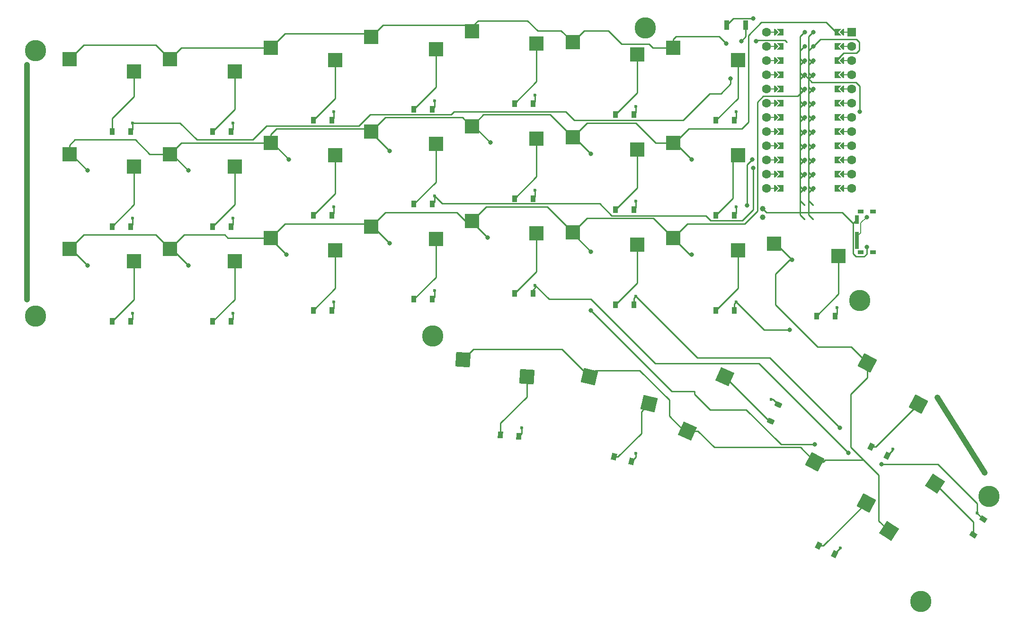
<source format=gbr>
%TF.GenerationSoftware,KiCad,Pcbnew,6.0.7*%
%TF.CreationDate,2022-09-27T18:21:24-04:00*%
%TF.ProjectId,flutter_v2_wren,666c7574-7465-4725-9f76-325f7772656e,v1.0.0*%
%TF.SameCoordinates,Original*%
%TF.FileFunction,Copper,L2,Bot*%
%TF.FilePolarity,Positive*%
%FSLAX46Y46*%
G04 Gerber Fmt 4.6, Leading zero omitted, Abs format (unit mm)*
G04 Created by KiCad (PCBNEW 6.0.7) date 2022-09-27 18:21:24*
%MOMM*%
%LPD*%
G01*
G04 APERTURE LIST*
G04 Aperture macros list*
%AMRotRect*
0 Rectangle, with rotation*
0 The origin of the aperture is its center*
0 $1 length*
0 $2 width*
0 $3 Rotation angle, in degrees counterclockwise*
0 Add horizontal line*
21,1,$1,$2,0,0,$3*%
%AMFreePoly0*
4,1,49,0.004773,0.123721,0.009154,0.124665,0.028961,0.117240,0.062500,0.108253,0.068237,0.102516,0.075053,0.099961,0.087617,0.083136,0.108253,0.062500,0.111178,0.051584,0.117161,0.043572,0.118539,0.024114,0.125000,0.000000,0.121239,-0.014035,0.122131,-0.026629,0.113759,-0.041951,0.108253,-0.062500,0.095644,-0.075109,0.088389,-0.088388,-0.641000,-0.817776,-0.641000,-4.770224,
0.088389,-5.499612,0.109852,-5.528356,0.124665,-5.597154,0.099961,-5.663053,0.043572,-5.705161,-0.026629,-5.710131,-0.088388,-5.676389,-0.854388,-4.910388,-0.867707,-4.892552,-0.871189,-4.889530,-0.871982,-4.886826,-0.875852,-4.881644,-0.882331,-4.851549,-0.891000,-4.822000,-0.891000,-0.766000,-0.887805,-0.743969,-0.888131,-0.739371,-0.886780,-0.736898,-0.885852,-0.730498,-0.869151,-0.704632,
-0.854388,-0.677612,-0.088388,0.088389,-0.064606,0.106147,-0.062500,0.108253,-0.061385,0.108552,-0.059644,0.109852,-0.043806,0.113262,0.000000,0.125000,0.004773,0.123721,0.004773,0.123721,$1*%
%AMFreePoly1*
4,1,6,0.600000,-0.250000,-0.600000,-0.250000,-0.600000,1.000000,0.000000,0.400000,0.600000,1.000000,0.600000,-0.250000,0.600000,-0.250000,$1*%
%AMFreePoly2*
4,1,6,0.600000,0.200000,0.000000,-0.400000,-0.600000,0.200000,-0.600000,0.400000,0.600000,0.400000,0.600000,0.200000,0.600000,0.200000,$1*%
%AMFreePoly3*
4,1,5,0.125000,-0.500000,-0.125000,-0.500000,-0.125000,0.500000,0.125000,0.500000,0.125000,-0.500000,0.125000,-0.500000,$1*%
G04 Aperture macros list end*
%TA.AperFunction,NonConductor*%
%ADD10C,1.000000*%
%TD*%
%TA.AperFunction,ComponentPad*%
%ADD11C,1.000000*%
%TD*%
%TA.AperFunction,SMDPad,CuDef*%
%ADD12R,0.900000X1.200000*%
%TD*%
%TA.AperFunction,ComponentPad*%
%ADD13C,0.600000*%
%TD*%
%TA.AperFunction,SMDPad,CuDef*%
%ADD14RotRect,0.900000X1.200000X152.000000*%
%TD*%
%TA.AperFunction,ComponentPad*%
%ADD15C,3.800000*%
%TD*%
%TA.AperFunction,SMDPad,CuDef*%
%ADD16R,2.600000X2.600000*%
%TD*%
%TA.AperFunction,SMDPad,CuDef*%
%ADD17RotRect,2.600000X2.600000X57.000000*%
%TD*%
%TA.AperFunction,SMDPad,CuDef*%
%ADD18RotRect,2.600000X2.600000X332.000000*%
%TD*%
%TA.AperFunction,SMDPad,CuDef*%
%ADD19RotRect,2.600000X2.600000X356.000000*%
%TD*%
%TA.AperFunction,SMDPad,CuDef*%
%ADD20R,0.700000X1.500000*%
%TD*%
%TA.AperFunction,SMDPad,CuDef*%
%ADD21R,1.000000X0.800000*%
%TD*%
%TA.AperFunction,SMDPad,CuDef*%
%ADD22RotRect,2.600000X2.600000X346.500000*%
%TD*%
%TA.AperFunction,SMDPad,CuDef*%
%ADD23RotRect,0.900000X1.200000X246.000000*%
%TD*%
%TA.AperFunction,SMDPad,CuDef*%
%ADD24RotRect,0.900000X1.200000X176.000000*%
%TD*%
%TA.AperFunction,SMDPad,CuDef*%
%ADD25RotRect,2.600000X2.600000X66.000000*%
%TD*%
%TA.AperFunction,SMDPad,CuDef*%
%ADD26RotRect,0.900000X1.200000X237.000000*%
%TD*%
%TA.AperFunction,SMDPad,CuDef*%
%ADD27RotRect,0.900000X1.200000X166.500000*%
%TD*%
%TA.AperFunction,ComponentPad*%
%ADD28C,0.800000*%
%TD*%
%TA.AperFunction,SMDPad,CuDef*%
%ADD29FreePoly0,90.000000*%
%TD*%
%TA.AperFunction,SMDPad,CuDef*%
%ADD30FreePoly1,270.000000*%
%TD*%
%TA.AperFunction,SMDPad,CuDef*%
%ADD31FreePoly0,270.000000*%
%TD*%
%TA.AperFunction,SMDPad,CuDef*%
%ADD32FreePoly1,90.000000*%
%TD*%
%TA.AperFunction,SMDPad,CuDef*%
%ADD33FreePoly2,270.000000*%
%TD*%
%TA.AperFunction,ComponentPad*%
%ADD34C,1.600000*%
%TD*%
%TA.AperFunction,SMDPad,CuDef*%
%ADD35FreePoly3,270.000000*%
%TD*%
%TA.AperFunction,SMDPad,CuDef*%
%ADD36FreePoly3,90.000000*%
%TD*%
%TA.AperFunction,SMDPad,CuDef*%
%ADD37FreePoly2,90.000000*%
%TD*%
%TA.AperFunction,ComponentPad*%
%ADD38R,1.600000X1.600000*%
%TD*%
%TA.AperFunction,SMDPad,CuDef*%
%ADD39R,0.900000X1.700000*%
%TD*%
%TA.AperFunction,ViaPad*%
%ADD40C,0.800000*%
%TD*%
%TA.AperFunction,Conductor*%
%ADD41C,0.250000*%
%TD*%
%TA.AperFunction,Conductor*%
%ADD42C,0.200000*%
%TD*%
G04 APERTURE END LIST*
D10*
X151934567Y-20571395D02*
X160434567Y-34071395D01*
X-10822339Y38925536D02*
X-10822339Y-3074464D01*
D11*
%TO.P,,2*%
%TO.N,GND*%
X120677661Y11675536D03*
%TO.P,,1*%
%TO.N,pos*%
X120677661Y13175536D03*
%TD*%
D12*
%TO.P,D1,2*%
%TO.N,D4*%
X4350000Y-7000000D03*
%TO.P,D1,1*%
%TO.N,P4*%
X7650000Y-7000000D03*
%TD*%
D13*
%TO.P,REF\u002A\u002A,1*%
%TO.N,P5*%
X26000000Y11500000D03*
%TD*%
%TO.P,REF\u002A\u002A,1*%
%TO.N,P6*%
X44000000Y30500000D03*
%TD*%
%TO.P,REF\u002A\u002A,1*%
%TO.N,P9*%
X98000000Y14500000D03*
%TD*%
D12*
%TO.P,D2,2*%
%TO.N,D3*%
X4350000Y10000000D03*
%TO.P,D2,1*%
%TO.N,P4*%
X7650000Y10000000D03*
%TD*%
D13*
%TO.P,REF\u002A\u002A,1*%
%TO.N,P5*%
X26000000Y-5500000D03*
%TD*%
D12*
%TO.P,D3,2*%
%TO.N,D2*%
X4350000Y27000000D03*
%TO.P,D3,1*%
%TO.N,P4*%
X7650000Y27000000D03*
%TD*%
D14*
%TO.P,D24,2*%
%TO.N,D24*%
X140099831Y-29449052D03*
%TO.P,D24,1*%
%TO.N,P8*%
X143013559Y-30998308D03*
%TD*%
D15*
%TO.P,REF\u002A\u002A,1*%
%TO.N,N/C*%
X61677661Y-9574464D03*
%TD*%
D16*
%TO.P,S2,2*%
%TO.N,D3*%
X8275000Y20750000D03*
%TO.P,S2,1*%
%TO.N,P1*%
X-3275000Y22950000D03*
%TD*%
D17*
%TO.P,S25,2*%
%TO.N,D26*%
X151496064Y-35995151D03*
%TO.P,S25,1*%
%TO.N,P3*%
X143360408Y-44483590D03*
%TD*%
D14*
%TO.P,D23,2*%
%TO.N,D25*%
X130710399Y-47108004D03*
%TO.P,D23,1*%
%TO.N,P7*%
X133624127Y-48657260D03*
%TD*%
D16*
%TO.P,S7,2*%
%TO.N,D10*%
X44275000Y5750000D03*
%TO.P,S7,1*%
%TO.N,P2*%
X32725000Y7950000D03*
%TD*%
%TO.P,S17,2*%
%TO.N,D18*%
X98275000Y23750000D03*
%TO.P,S17,1*%
%TO.N,P1*%
X86725000Y25950000D03*
%TD*%
D13*
%TO.P,REF\u002A\u002A,1*%
%TO.N,P6*%
X122278393Y-20928688D03*
%TD*%
D15*
%TO.P,REF\u002A\u002A,1*%
%TO.N,N/C*%
X99677661Y45483540D03*
%TD*%
D16*
%TO.P,S14,2*%
%TO.N,D15*%
X80275000Y25750000D03*
%TO.P,S14,1*%
%TO.N,P1*%
X68725000Y27950000D03*
%TD*%
D13*
%TO.P,REF\u002A\u002A,1*%
%TO.N,P7*%
X62000000Y-1500000D03*
%TD*%
%TO.P,REF\u002A\u002A,1*%
%TO.N,P5*%
X26000000Y28500000D03*
%TD*%
%TO.P,REF\u002A\u002A,1*%
%TO.N,P8*%
X144026797Y-29838202D03*
%TD*%
D16*
%TO.P,S11,2*%
%TO.N,D12*%
X62275000Y24750000D03*
%TO.P,S11,1*%
%TO.N,P1*%
X50725000Y26950000D03*
%TD*%
D12*
%TO.P,D17,2*%
%TO.N,D18*%
X94350000Y13000000D03*
%TO.P,D17,1*%
%TO.N,P9*%
X97650000Y13000000D03*
%TD*%
D16*
%TO.P,S8,2*%
%TO.N,D9*%
X44275000Y22750000D03*
%TO.P,S8,1*%
%TO.N,P1*%
X32725000Y24950000D03*
%TD*%
D13*
%TO.P,REF\u002A\u002A,1*%
%TO.N,P6*%
X44000000Y-3500000D03*
%TD*%
%TO.P,REF\u002A\u002A,1*%
%TO.N,P6*%
X44000000Y13500000D03*
%TD*%
D15*
%TO.P,REF\u002A\u002A,1*%
%TO.N,N/C*%
X-9322339Y-6074464D03*
%TD*%
D16*
%TO.P,S18,2*%
%TO.N,D17*%
X98275000Y40750000D03*
%TO.P,S18,1*%
%TO.N,P0*%
X86725000Y42950000D03*
%TD*%
D13*
%TO.P,REF\u002A\u002A,1*%
%TO.N,P8*%
X80000000Y33500000D03*
%TD*%
D16*
%TO.P,S6,2*%
%TO.N,D5*%
X26275000Y37750000D03*
%TO.P,S6,1*%
%TO.N,P0*%
X14725000Y39950000D03*
%TD*%
D15*
%TO.P,REF\u002A\u002A,1*%
%TO.N,N/C*%
X138054479Y-3222702D03*
%TD*%
D12*
%TO.P,D11,2*%
%TO.N,D12*%
X58350000Y14000000D03*
%TO.P,D11,1*%
%TO.N,P7*%
X61650000Y14000000D03*
%TD*%
D13*
%TO.P,REF\u002A\u002A,1*%
%TO.N,P7*%
X134637366Y-47497153D03*
%TD*%
%TO.P,REF\u002A\u002A,1*%
%TO.N,P7*%
X62000000Y15500000D03*
%TD*%
D15*
%TO.P,REF\u002A\u002A,1*%
%TO.N,N/C*%
X149005076Y-57092882D03*
%TD*%
D12*
%TO.P,D19,2*%
%TO.N,D22*%
X112350000Y-5000000D03*
%TO.P,D19,1*%
%TO.N,P10*%
X115650000Y-5000000D03*
%TD*%
D13*
%TO.P,REF\u002A\u002A,1*%
%TO.N,P9*%
X159103991Y-41263696D03*
%TD*%
%TO.P,REF\u002A\u002A,1*%
%TO.N,P10*%
X116000000Y13500000D03*
%TD*%
D16*
%TO.P,S4,2*%
%TO.N,D7*%
X26275000Y3750000D03*
%TO.P,S4,1*%
%TO.N,P2*%
X14725000Y5950000D03*
%TD*%
D18*
%TO.P,S24,2*%
%TO.N,D24*%
X148612220Y-21800041D03*
%TO.P,S24,1*%
%TO.N,P3*%
X139447012Y-14435159D03*
%TD*%
D12*
%TO.P,D20,2*%
%TO.N,D21*%
X112350000Y12000000D03*
%TO.P,D20,1*%
%TO.N,P10*%
X115650000Y12000000D03*
%TD*%
D13*
%TO.P,REF\u002A\u002A,1*%
%TO.N,P5*%
X97995010Y-30615598D03*
%TD*%
D16*
%TO.P,S10,2*%
%TO.N,D13*%
X62275000Y7750000D03*
%TO.P,S10,1*%
%TO.N,P2*%
X50725000Y9950000D03*
%TD*%
D13*
%TO.P,REF\u002A\u002A,1*%
%TO.N,P8*%
X80000000Y16500000D03*
%TD*%
%TO.P,REF\u002A\u002A,1*%
%TO.N,P9*%
X98000000Y31500000D03*
%TD*%
D16*
%TO.P,S3,2*%
%TO.N,D2*%
X8275000Y37750000D03*
%TO.P,S3,1*%
%TO.N,P0*%
X-3275000Y39950000D03*
%TD*%
D13*
%TO.P,REF\u002A\u002A,1*%
%TO.N,P10*%
X116000000Y30500000D03*
%TD*%
D19*
%TO.P,S27,2*%
%TO.N,D28*%
X78516429Y-16836370D03*
%TO.P,S27,1*%
%TO.N,P3*%
X67148029Y-13836041D03*
%TD*%
D16*
%TO.P,S13,2*%
%TO.N,D16*%
X80275000Y8750000D03*
%TO.P,S13,1*%
%TO.N,P2*%
X68725000Y10950000D03*
%TD*%
D12*
%TO.P,D18,2*%
%TO.N,D17*%
X94350000Y30000000D03*
%TO.P,D18,1*%
%TO.N,P9*%
X97650000Y30000000D03*
%TD*%
D16*
%TO.P,S21,2*%
%TO.N,D20*%
X116275000Y39750000D03*
%TO.P,S21,1*%
%TO.N,P0*%
X104725000Y41950000D03*
%TD*%
%TO.P,S20,2*%
%TO.N,D21*%
X116275000Y22750000D03*
%TO.P,S20,1*%
%TO.N,P1*%
X104725000Y24950000D03*
%TD*%
D12*
%TO.P,D10,2*%
%TO.N,D13*%
X58350000Y-3000000D03*
%TO.P,D10,1*%
%TO.N,P7*%
X61650000Y-3000000D03*
%TD*%
%TO.P,D13,2*%
%TO.N,D16*%
X76350000Y-2000000D03*
%TO.P,D13,1*%
%TO.N,P8*%
X79650000Y-2000000D03*
%TD*%
%TO.P,D15,2*%
%TO.N,D14*%
X76350000Y32000000D03*
%TO.P,D15,1*%
%TO.N,P8*%
X79650000Y32000000D03*
%TD*%
D13*
%TO.P,REF\u002A\u002A,1*%
%TO.N,P4*%
X8000000Y11500000D03*
%TD*%
D20*
%TO.P,,3*%
%TO.N,N/C*%
X137570000Y6750000D03*
%TO.P,,2*%
%TO.N,RAW*%
X137570000Y8250000D03*
%TO.P,,1*%
%TO.N,pos*%
X137570000Y11250000D03*
D21*
%TO.P,,*%
%TO.N,*%
X138220000Y12650000D03*
X140430000Y5350000D03*
X140430000Y12650000D03*
X138220000Y5350000D03*
%TD*%
D12*
%TO.P,D26,2*%
%TO.N,D27*%
X130350000Y-6000000D03*
%TO.P,D26,1*%
%TO.N,P10*%
X133650000Y-6000000D03*
%TD*%
D16*
%TO.P,S15,2*%
%TO.N,D14*%
X80275000Y42750000D03*
%TO.P,S15,1*%
%TO.N,P0*%
X68725000Y44950000D03*
%TD*%
D12*
%TO.P,D4,2*%
%TO.N,D7*%
X22350000Y-7000000D03*
%TO.P,D4,1*%
%TO.N,P5*%
X25650000Y-7000000D03*
%TD*%
D13*
%TO.P,REF\u002A\u002A,1*%
%TO.N,P10*%
X134000000Y-4500000D03*
%TD*%
D16*
%TO.P,S5,2*%
%TO.N,D6*%
X26275000Y20750000D03*
%TO.P,S5,1*%
%TO.N,P1*%
X14725000Y22950000D03*
%TD*%
D13*
%TO.P,REF\u002A\u002A,1*%
%TO.N,P9*%
X98000000Y-2500000D03*
%TD*%
D16*
%TO.P,S9,2*%
%TO.N,D8*%
X44275000Y39750000D03*
%TO.P,S9,1*%
%TO.N,P0*%
X32725000Y41950000D03*
%TD*%
D12*
%TO.P,D7,2*%
%TO.N,D10*%
X40350000Y-5000000D03*
%TO.P,D7,1*%
%TO.N,P6*%
X43650000Y-5000000D03*
%TD*%
D13*
%TO.P,REF\u002A\u002A,1*%
%TO.N,P7*%
X62000000Y32500000D03*
%TD*%
%TO.P,REF\u002A\u002A,1*%
%TO.N,P4*%
X77596852Y-26044654D03*
%TD*%
D16*
%TO.P,S16,2*%
%TO.N,D19*%
X98275000Y6750000D03*
%TO.P,S16,1*%
%TO.N,P2*%
X86725000Y8950000D03*
%TD*%
D22*
%TO.P,S28,2*%
%TO.N,D29*%
X100421781Y-21685373D03*
%TO.P,S28,1*%
%TO.N,P3*%
X89704488Y-16849865D03*
%TD*%
D13*
%TO.P,REF\u002A\u002A,1*%
%TO.N,P4*%
X8000000Y-5500000D03*
%TD*%
D12*
%TO.P,D16,2*%
%TO.N,D19*%
X94350000Y-4000000D03*
%TO.P,D16,1*%
%TO.N,P9*%
X97650000Y-4000000D03*
%TD*%
%TO.P,D8,2*%
%TO.N,D9*%
X40350000Y12000000D03*
%TO.P,D8,1*%
%TO.N,P6*%
X43650000Y12000000D03*
%TD*%
D23*
%TO.P,D22,2*%
%TO.N,D23*%
X122164123Y-24873234D03*
%TO.P,D22,1*%
%TO.N,P6*%
X123506353Y-21858534D03*
%TD*%
D24*
%TO.P,D27,2*%
%TO.N,D28*%
X73851108Y-27286389D03*
%TO.P,D27,1*%
%TO.N,P4*%
X77143070Y-27516585D03*
%TD*%
D25*
%TO.P,S22,2*%
%TO.N,D23*%
X113939950Y-16915149D03*
%TO.P,S22,1*%
%TO.N,P3*%
X107232342Y-26571778D03*
%TD*%
D26*
%TO.P,D25,2*%
%TO.N,D26*%
X158374065Y-45141802D03*
%TO.P,D25,1*%
%TO.N,P9*%
X160171373Y-42374190D03*
%TD*%
D15*
%TO.P,REF\u002A\u002A,1*%
%TO.N,N/C*%
X-9322339Y41425536D03*
%TD*%
D27*
%TO.P,D28,2*%
%TO.N,D29*%
X94095692Y-31222077D03*
%TO.P,D28,1*%
%TO.N,P5*%
X97304512Y-31992447D03*
%TD*%
D12*
%TO.P,D21,2*%
%TO.N,D20*%
X112350000Y29000000D03*
%TO.P,D21,1*%
%TO.N,P10*%
X115650000Y29000000D03*
%TD*%
D13*
%TO.P,REF\u002A\u002A,1*%
%TO.N,P8*%
X80000000Y-500000D03*
%TD*%
D12*
%TO.P,D9,2*%
%TO.N,D8*%
X40350000Y29000000D03*
%TO.P,D9,1*%
%TO.N,P6*%
X43650000Y29000000D03*
%TD*%
%TO.P,D12,2*%
%TO.N,D11*%
X58350000Y31000000D03*
%TO.P,D12,1*%
%TO.N,P7*%
X61650000Y31000000D03*
%TD*%
D16*
%TO.P,S12,2*%
%TO.N,D11*%
X62275000Y41750000D03*
%TO.P,S12,1*%
%TO.N,P0*%
X50725000Y43950000D03*
%TD*%
D15*
%TO.P,REF\u002A\u002A,1*%
%TO.N,N/C*%
X161177661Y-38318191D03*
%TD*%
D12*
%TO.P,D5,2*%
%TO.N,D6*%
X22350000Y10000000D03*
%TO.P,D5,1*%
%TO.N,P5*%
X25650000Y10000000D03*
%TD*%
D28*
%TO.P,MCU1,24*%
%TO.N,P1*%
X128238000Y44720000D03*
D29*
X128238000Y44720000D03*
D30*
X133826000Y44720000D03*
%TO.P,MCU1,23*%
%TO.N,P0*%
X133826000Y42180000D03*
D29*
X128238000Y42180000D03*
D28*
X128238000Y42180000D03*
D29*
%TO.P,MCU1,22*%
%TO.N,GND*%
X128238000Y39640000D03*
D30*
X133826000Y39640000D03*
D28*
X128238000Y39640000D03*
%TO.P,MCU1,21*%
X128238000Y37100000D03*
D30*
X133826000Y37100000D03*
D29*
X128238000Y37100000D03*
%TO.P,MCU1,20*%
%TO.N,P2*%
X128238000Y34560000D03*
D28*
X128238000Y34560000D03*
D30*
X133826000Y34560000D03*
D28*
%TO.P,MCU1,19*%
%TO.N,P3*%
X128238000Y32020000D03*
D29*
X128238000Y32020000D03*
D30*
X133826000Y32020000D03*
D28*
%TO.P,MCU1,18*%
%TO.N,P4*%
X128238000Y29480000D03*
D30*
X133826000Y29480000D03*
D29*
X128238000Y29480000D03*
D28*
%TO.P,MCU1,17*%
%TO.N,P5*%
X128238000Y26940000D03*
D29*
X128238000Y26940000D03*
D30*
X133826000Y26940000D03*
D29*
%TO.P,MCU1,16*%
%TO.N,P6*%
X128238000Y24400000D03*
D28*
X128238000Y24400000D03*
D30*
X133826000Y24400000D03*
D28*
%TO.P,MCU1,15*%
%TO.N,P7*%
X128238000Y21860000D03*
D29*
X128238000Y21860000D03*
D30*
X133826000Y21860000D03*
D28*
%TO.P,MCU1,14*%
%TO.N,P8*%
X128238000Y19320000D03*
D30*
X133826000Y19320000D03*
D29*
X128238000Y19320000D03*
%TO.P,MCU1,13*%
%TO.N,P9*%
X128238000Y16780000D03*
D28*
X128238000Y16780000D03*
D30*
X133826000Y16780000D03*
D31*
%TO.P,MCU1,12*%
%TO.N,P10*%
X129762000Y16780000D03*
D28*
X129762000Y16780000D03*
D32*
X124174000Y16780000D03*
D28*
%TO.P,MCU1,11*%
%TO.N,P16*%
X129762000Y19320000D03*
D31*
X129762000Y19320000D03*
D32*
X124174000Y19320000D03*
D31*
%TO.P,MCU1,10*%
%TO.N,P14*%
X129762000Y21860000D03*
D32*
X124174000Y21860000D03*
D28*
X129762000Y21860000D03*
%TO.P,MCU1,9*%
%TO.N,P15*%
X129762000Y24400000D03*
D31*
X129762000Y24400000D03*
D32*
X124174000Y24400000D03*
%TO.P,MCU1,8*%
%TO.N,P18*%
X124174000Y26940000D03*
D28*
X129762000Y26940000D03*
D31*
X129762000Y26940000D03*
%TO.P,MCU1,7*%
%TO.N,P19*%
X129762000Y29480000D03*
D32*
X124174000Y29480000D03*
D28*
X129762000Y29480000D03*
D31*
%TO.P,MCU1,6*%
%TO.N,P20*%
X129762000Y32020000D03*
D32*
X124174000Y32020000D03*
D28*
X129762000Y32020000D03*
%TO.P,MCU1,5*%
%TO.N,P21*%
X129762000Y34560000D03*
D31*
X129762000Y34560000D03*
D32*
X124174000Y34560000D03*
D28*
%TO.P,MCU1,4*%
%TO.N,VCC*%
X129762000Y37100000D03*
D31*
X129762000Y37100000D03*
D32*
X124174000Y37100000D03*
D28*
%TO.P,MCU1,3*%
%TO.N,RST*%
X129762000Y39640000D03*
D31*
X129762000Y39640000D03*
D32*
X124174000Y39640000D03*
D31*
%TO.P,MCU1,2*%
%TO.N,GND*%
X129762000Y42180000D03*
D28*
X129762000Y42180000D03*
D32*
%TO.N,N/C*%
X124174000Y42180000D03*
D31*
%TO.P,MCU1,1*%
%TO.N,RAW*%
X129762000Y44720000D03*
D32*
X124174000Y44720000D03*
D28*
X129762000Y44720000D03*
D33*
%TO.P,MCU1,*%
%TO.N,*%
X134842000Y16780000D03*
D34*
X136620000Y16780000D03*
D35*
X135350000Y44720000D03*
D36*
X122650000Y44720000D03*
D34*
X121380000Y39640000D03*
D37*
X123158000Y21860000D03*
D34*
X136620000Y34560000D03*
D36*
X122650000Y34560000D03*
X122650000Y32020000D03*
D33*
X134842000Y39640000D03*
D35*
X135350000Y34560000D03*
D37*
X123158000Y44720000D03*
X123158000Y29480000D03*
D35*
X135350000Y26940000D03*
D34*
X121380000Y21860000D03*
D33*
X134842000Y19320000D03*
D34*
X121380000Y44720000D03*
X121380000Y26940000D03*
D38*
X136620000Y44720000D03*
D36*
X122650000Y37100000D03*
D34*
X121380000Y16780000D03*
D37*
X123158000Y32020000D03*
D34*
X121380000Y19320000D03*
D36*
X122650000Y19320000D03*
D35*
X135350000Y16780000D03*
X135350000Y32020000D03*
D36*
X122650000Y42180000D03*
D34*
X136620000Y39640000D03*
D35*
X135350000Y21860000D03*
D34*
X136620000Y21860000D03*
D35*
X135350000Y24400000D03*
D33*
X134842000Y37100000D03*
D37*
X123158000Y39640000D03*
X123158000Y42180000D03*
X123158000Y19320000D03*
X123158000Y37100000D03*
D34*
X121380000Y32020000D03*
D33*
X134842000Y24400000D03*
D34*
X136620000Y29480000D03*
X136620000Y32020000D03*
D37*
X123158000Y24400000D03*
D33*
X134842000Y34560000D03*
D34*
X136620000Y42180000D03*
D36*
X122650000Y29480000D03*
D34*
X121380000Y42180000D03*
X136620000Y19320000D03*
X121380000Y37100000D03*
D36*
X122650000Y21860000D03*
X122650000Y39640000D03*
D33*
X134842000Y21860000D03*
X134842000Y26940000D03*
X134842000Y44720000D03*
D34*
X121380000Y34560000D03*
D35*
X135350000Y42180000D03*
D37*
X123158000Y16780000D03*
X123158000Y26940000D03*
D36*
X122650000Y26940000D03*
D34*
X136620000Y37100000D03*
D33*
X134842000Y42180000D03*
X134842000Y29480000D03*
D36*
X122650000Y24400000D03*
D35*
X135350000Y19320000D03*
D37*
X123158000Y34560000D03*
D36*
X122650000Y16780000D03*
D33*
X134842000Y32020000D03*
D34*
X121380000Y24400000D03*
X136620000Y24400000D03*
D35*
X135350000Y37100000D03*
X135350000Y39640000D03*
D34*
X136620000Y44720000D03*
D35*
X135350000Y29480000D03*
D34*
X136620000Y26940000D03*
X121380000Y29480000D03*
%TD*%
D13*
%TO.P,REF\u002A\u002A,1*%
%TO.N,P10*%
X116000000Y-3500000D03*
%TD*%
D39*
%TO.P,,2*%
%TO.N,GND*%
X117700000Y46000000D03*
%TO.P,,1*%
%TO.N,RST*%
X114300000Y46000000D03*
%TD*%
D16*
%TO.P,S19,2*%
%TO.N,D22*%
X116275000Y5750000D03*
%TO.P,S19,1*%
%TO.N,P2*%
X104725000Y7950000D03*
%TD*%
D12*
%TO.P,D14,2*%
%TO.N,D15*%
X76350000Y15000000D03*
%TO.P,D14,1*%
%TO.N,P8*%
X79650000Y15000000D03*
%TD*%
D16*
%TO.P,S26,2*%
%TO.N,D27*%
X134275000Y4750000D03*
%TO.P,S26,1*%
%TO.N,P3*%
X122725000Y6950000D03*
%TD*%
D12*
%TO.P,D6,2*%
%TO.N,D5*%
X22350000Y27000000D03*
%TO.P,D6,1*%
%TO.N,P5*%
X25650000Y27000000D03*
%TD*%
D16*
%TO.P,S1,2*%
%TO.N,D4*%
X8275000Y3750000D03*
%TO.P,S1,1*%
%TO.N,P2*%
X-3275000Y5950000D03*
%TD*%
D18*
%TO.P,S23,2*%
%TO.N,D25*%
X139222789Y-39458993D03*
%TO.P,S23,1*%
%TO.N,P3*%
X130057581Y-32094111D03*
%TD*%
D13*
%TO.P,REF\u002A\u002A,1*%
%TO.N,P4*%
X8000000Y28500000D03*
%TD*%
D40*
%TO.N,P2*%
X35500000Y5000000D03*
X108000000Y5000000D03*
X90000000Y5500000D03*
X71500000Y8000000D03*
X54000000Y7000000D03*
X18000000Y3000000D03*
X0Y3000000D03*
%TO.N,P4*%
X115000000Y36500000D03*
%TO.N,P1*%
X90000000Y23000000D03*
X18000000Y20000000D03*
X108000000Y22000000D03*
X36000000Y22000000D03*
X0Y20000000D03*
X54000000Y23500000D03*
X72000000Y25000000D03*
%TO.N,P0*%
X114185211Y42748391D03*
%TO.N,P6*%
X117889465Y13778032D03*
X118859548Y21989442D03*
%TO.N,P7*%
X90000000Y-5000000D03*
X130000000Y-29000000D03*
X119000000Y20500000D03*
%TO.N,P8*%
X136000000Y-30500000D03*
%TO.N,P9*%
X142000000Y-32500000D03*
X134500000Y-26000000D03*
%TO.N,P10*%
X125500000Y-8500000D03*
%TO.N,P3*%
X126000000Y4000000D03*
%TO.N,RAW*%
X139303520Y11682664D03*
%TO.N,GND*%
X119552125Y43187971D03*
X138055890Y30555890D03*
X116889685Y43159942D03*
%TO.N,RST*%
X119053439Y47175000D03*
%TO.N,pos*%
X139306786Y6343261D03*
%TD*%
D41*
%TO.N,P2*%
X104725000Y7950000D02*
X107675000Y5000000D01*
X117500000Y10500000D02*
X119752179Y12752179D01*
X32725000Y7950000D02*
X35275000Y10500000D01*
X12175000Y8500000D02*
X14725000Y5950000D01*
X14725000Y5950000D02*
X17275000Y8500000D01*
X104725000Y7950000D02*
X107275000Y10500000D01*
X-3275000Y5950000D02*
X-725000Y8500000D01*
X107675000Y5000000D02*
X108000000Y5000000D01*
X51050000Y9950000D02*
X50725000Y9950000D01*
X119752179Y32265118D02*
X120831284Y33344223D01*
X25050000Y7950000D02*
X32725000Y7950000D01*
X127022223Y33344223D02*
X128238000Y34560000D01*
X35275000Y10500000D02*
X50175000Y10500000D01*
X15050000Y5950000D02*
X14725000Y5950000D01*
X-725000Y8500000D02*
X12175000Y8500000D01*
X24500000Y8500000D02*
X25050000Y7950000D01*
X50725000Y9950000D02*
X53275000Y12500000D01*
X107275000Y10500000D02*
X117500000Y10500000D01*
X68725000Y10950000D02*
X68725000Y10775000D01*
X53275000Y12500000D02*
X66000000Y12500000D01*
X86725000Y8775000D02*
X86725000Y8950000D01*
X-3275000Y5950000D02*
X-2950000Y5950000D01*
X68725000Y10950000D02*
X71275000Y13500000D01*
X120831284Y33344223D02*
X127022223Y33344223D01*
X71275000Y13500000D02*
X82175000Y13500000D01*
X86725000Y8950000D02*
X89275000Y11500000D01*
X119752179Y12752179D02*
X119752179Y32265118D01*
X32725000Y7775000D02*
X35500000Y5000000D01*
X82175000Y13500000D02*
X86725000Y8950000D01*
X101175000Y11500000D02*
X104725000Y7950000D01*
X66000000Y12500000D02*
X67550000Y10950000D01*
X67550000Y10950000D02*
X68725000Y10950000D01*
X32725000Y7950000D02*
X32725000Y7775000D01*
X68725000Y10775000D02*
X71500000Y8000000D01*
X-2950000Y5950000D02*
X0Y3000000D01*
X89275000Y11500000D02*
X101175000Y11500000D01*
X17275000Y8500000D02*
X24500000Y8500000D01*
X18000000Y3000000D02*
X15050000Y5950000D01*
X90000000Y5500000D02*
X86725000Y8775000D01*
X54000000Y7000000D02*
X51050000Y9950000D01*
X50175000Y10500000D02*
X50725000Y9950000D01*
%TO.N,D4*%
X8275000Y-3075000D02*
X4350000Y-7000000D01*
X8275000Y3750000D02*
X8275000Y-3075000D01*
%TO.N,P4*%
X8000000Y-6650000D02*
X7650000Y-7000000D01*
X19500000Y25500000D02*
X16500000Y28500000D01*
X48500000Y28000000D02*
X32000000Y28000000D01*
X8000000Y28500000D02*
X8000000Y27350000D01*
X29500000Y25500000D02*
X19500000Y25500000D01*
X32000000Y28000000D02*
X29500000Y25500000D01*
X16500000Y28500000D02*
X8000000Y28500000D01*
X77596852Y-27062803D02*
X77143070Y-27516585D01*
X8000000Y-5500000D02*
X8000000Y-6650000D01*
X87000000Y29000000D02*
X85500000Y30500000D01*
X106500000Y29000000D02*
X87000000Y29000000D01*
X115000000Y36500000D02*
X115000000Y35500000D01*
X50500000Y30000000D02*
X48500000Y28000000D01*
X65500000Y30500000D02*
X65000000Y30000000D01*
X115000000Y35500000D02*
X113258530Y33758530D01*
X8000000Y11500000D02*
X8000000Y10350000D01*
X111258530Y33758530D02*
X106500000Y29000000D01*
X8000000Y27350000D02*
X7650000Y27000000D01*
X65000000Y30000000D02*
X50500000Y30000000D01*
X113258530Y33758530D02*
X111258530Y33758530D01*
X8000000Y10350000D02*
X7650000Y10000000D01*
X85500000Y30500000D02*
X65500000Y30500000D01*
X77596852Y-26044654D02*
X77596852Y-27062803D01*
%TO.N,P1*%
X32725000Y24950000D02*
X32725000Y26500000D01*
X69050000Y27950000D02*
X72000000Y25000000D01*
X16725000Y24950000D02*
X32725000Y24950000D01*
X98000000Y28500000D02*
X101550000Y24950000D01*
X-2950000Y22950000D02*
X-3275000Y22950000D01*
X68725000Y27950000D02*
X69050000Y27950000D01*
X33725000Y27500000D02*
X50175000Y27500000D01*
X11050000Y22950000D02*
X14725000Y22950000D01*
X104950000Y24950000D02*
X107500000Y27500000D01*
X-2275000Y25500000D02*
X8500000Y25500000D01*
X36000000Y22000000D02*
X33050000Y24950000D01*
X68550000Y27950000D02*
X68725000Y27950000D01*
X132046000Y46500000D02*
X133826000Y44720000D01*
X67000000Y29500000D02*
X68550000Y27950000D01*
X14725000Y22950000D02*
X16725000Y24950000D01*
X117000000Y27500000D02*
X118150000Y28650000D01*
X0Y20000000D02*
X-2950000Y22950000D01*
X-3275000Y22950000D02*
X-3275000Y24500000D01*
X50725000Y26775000D02*
X54000000Y23500000D01*
X101550000Y24950000D02*
X104725000Y24950000D01*
X105050000Y24950000D02*
X108000000Y22000000D01*
X53275000Y29500000D02*
X67000000Y29500000D01*
X104725000Y24950000D02*
X105050000Y24950000D01*
X33050000Y24950000D02*
X32725000Y24950000D01*
X14725000Y22950000D02*
X15050000Y22950000D01*
X8500000Y25500000D02*
X11050000Y22950000D01*
X118150000Y28650000D02*
X118150000Y44150000D01*
X87050000Y25950000D02*
X86725000Y25950000D01*
X86725000Y25950000D02*
X89275000Y28500000D01*
X118150000Y44150000D02*
X120500000Y46500000D01*
X90000000Y23000000D02*
X87050000Y25950000D01*
X50725000Y26950000D02*
X53275000Y29500000D01*
X89275000Y28500000D02*
X98000000Y28500000D01*
X120500000Y46500000D02*
X132046000Y46500000D01*
X32725000Y26500000D02*
X33725000Y27500000D01*
X70775000Y30000000D02*
X82675000Y30000000D01*
X107500000Y27500000D02*
X117000000Y27500000D01*
X82675000Y30000000D02*
X86725000Y25950000D01*
X50175000Y27500000D02*
X50725000Y26950000D01*
X104725000Y24950000D02*
X104950000Y24950000D01*
X-3275000Y24500000D02*
X-2275000Y25500000D01*
X50725000Y26950000D02*
X50725000Y26775000D01*
X15050000Y22950000D02*
X18000000Y20000000D01*
X32175000Y25500000D02*
X32725000Y24950000D01*
X68725000Y27950000D02*
X70775000Y30000000D01*
%TO.N,D3*%
X8275000Y20750000D02*
X8275000Y13925000D01*
X8275000Y13925000D02*
X4350000Y10000000D01*
%TO.N,P0*%
X52775000Y46000000D02*
X67675000Y46000000D01*
X78674999Y46825001D02*
X80500000Y45000000D01*
X112933602Y44000000D02*
X105225000Y44000000D01*
X67675000Y46000000D02*
X68725000Y44950000D01*
X14725000Y39950000D02*
X16725000Y41950000D01*
X88775000Y45000000D02*
X93125001Y45000000D01*
X100374999Y42625001D02*
X101050000Y41950000D01*
X84675000Y45000000D02*
X86725000Y42950000D01*
X-725000Y42500000D02*
X12175000Y42500000D01*
X68725000Y44950000D02*
X68725000Y45750003D01*
X16725000Y41950000D02*
X32725000Y41950000D01*
X-3275000Y39950000D02*
X-725000Y42500000D01*
X35275000Y44500000D02*
X50175000Y44500000D01*
X32725000Y41950000D02*
X35275000Y44500000D01*
X12175000Y42500000D02*
X14725000Y39950000D01*
X104725000Y43500000D02*
X104725000Y41950000D01*
X105225000Y44000000D02*
X104725000Y43500000D01*
X95500000Y42625001D02*
X100374999Y42625001D01*
X69799998Y46825001D02*
X78674999Y46825001D01*
X86725000Y42950000D02*
X88775000Y45000000D01*
X50175000Y44500000D02*
X50725000Y43950000D01*
X50725000Y43950000D02*
X52775000Y46000000D01*
X101050000Y41950000D02*
X104725000Y41950000D01*
X68725000Y45750003D02*
X69799998Y46825001D01*
X80500000Y45000000D02*
X84675000Y45000000D01*
X93125001Y45000000D02*
X95500000Y42625001D01*
X114185211Y42748391D02*
X112933602Y44000000D01*
%TO.N,D2*%
X8275000Y37750000D02*
X8275000Y33275000D01*
X8275000Y33275000D02*
X4350000Y29350000D01*
X4350000Y29350000D02*
X4350000Y27000000D01*
%TO.N,D7*%
X26275000Y-3075000D02*
X22350000Y-7000000D01*
X26275000Y3750000D02*
X26275000Y-3075000D01*
%TO.N,P5*%
X26000000Y11500000D02*
X26000000Y10350000D01*
X26000000Y-6650000D02*
X25650000Y-7000000D01*
X26000000Y27350000D02*
X25650000Y27000000D01*
X26000000Y-5500000D02*
X26000000Y-6650000D01*
X26000000Y10350000D02*
X25650000Y10000000D01*
X97995010Y-30615598D02*
X97995010Y-31301949D01*
X26000000Y28500000D02*
X26000000Y27350000D01*
X97995010Y-31301949D02*
X97304512Y-31992447D01*
%TO.N,D6*%
X26275000Y20750000D02*
X26275000Y13925000D01*
X26275000Y13925000D02*
X22350000Y10000000D01*
%TO.N,D5*%
X26275000Y37750000D02*
X26275000Y30925000D01*
X26275000Y30925000D02*
X22350000Y27000000D01*
%TO.N,D10*%
X44275000Y-1075000D02*
X40350000Y-5000000D01*
X44275000Y5750000D02*
X44275000Y-1075000D01*
%TO.N,P6*%
X117889465Y21019359D02*
X118859548Y21989442D01*
X122576507Y-20928688D02*
X123506353Y-21858534D01*
X44000000Y13500000D02*
X44000000Y12350000D01*
X44000000Y30500000D02*
X44000000Y29350000D01*
X122278393Y-20928688D02*
X122576507Y-20928688D01*
X117889465Y13778032D02*
X117889465Y21019359D01*
X44000000Y-4650000D02*
X43650000Y-5000000D01*
X44000000Y-3500000D02*
X44000000Y-4650000D01*
X44000000Y12350000D02*
X43650000Y12000000D01*
X44000000Y29350000D02*
X43650000Y29000000D01*
%TO.N,D9*%
X44275000Y22750000D02*
X44275000Y15925000D01*
X44275000Y15925000D02*
X40350000Y12000000D01*
%TO.N,D8*%
X44275000Y32925000D02*
X40350000Y29000000D01*
X44275000Y39750000D02*
X44275000Y32925000D01*
%TO.N,D13*%
X62275000Y925000D02*
X58350000Y-3000000D01*
X62275000Y7750000D02*
X62275000Y925000D01*
%TO.N,P7*%
X119000000Y13000000D02*
X117075000Y11075000D01*
X108500000Y-19500000D02*
X108500000Y-19986618D01*
X124000000Y-29000000D02*
X130000000Y-29000000D01*
X91575000Y14075000D02*
X63425000Y14075000D01*
X123500000Y-28500000D02*
X124000000Y-29000000D01*
X93700000Y11950000D02*
X91575000Y14075000D01*
X104500000Y-19500000D02*
X108500000Y-19500000D01*
X62000000Y-2650000D02*
X61650000Y-3000000D01*
X62000000Y15500000D02*
X62000000Y14350000D01*
X63425000Y14075000D02*
X62000000Y15500000D01*
X108500000Y-19986618D02*
X111301691Y-22788309D01*
X62000000Y32500000D02*
X62000000Y31350000D01*
X111425000Y11075000D02*
X110550000Y11950000D01*
X117075000Y11075000D02*
X111425000Y11075000D01*
X90000000Y-5000000D02*
X104500000Y-19500000D01*
X117788309Y-22788309D02*
X123500000Y-28500000D01*
X111301691Y-22788309D02*
X117788309Y-22788309D01*
X62000000Y14350000D02*
X61650000Y14000000D01*
X119000000Y20500000D02*
X119000000Y13000000D01*
X133624127Y-48510392D02*
X134637366Y-47497153D01*
X62000000Y-1500000D02*
X62000000Y-2650000D01*
X133624127Y-48657260D02*
X133624127Y-48510392D01*
X110550000Y11950000D02*
X93700000Y11950000D01*
X62000000Y31350000D02*
X61650000Y31000000D01*
%TO.N,D12*%
X62275000Y17925000D02*
X58350000Y14000000D01*
X62275000Y24750000D02*
X62275000Y17925000D01*
%TO.N,D11*%
X62275000Y34925000D02*
X58350000Y31000000D01*
X62275000Y41750000D02*
X62275000Y34925000D01*
%TO.N,D16*%
X80275000Y8750000D02*
X80275000Y1925000D01*
X80275000Y1925000D02*
X76350000Y-2000000D01*
%TO.N,P8*%
X90000000Y-3000000D02*
X101000000Y-14000000D01*
X80000000Y32350000D02*
X79650000Y32000000D01*
X101500000Y-14500000D02*
X117500000Y-14500000D01*
X80000000Y16500000D02*
X80000000Y15350000D01*
X80000000Y-1000000D02*
X80000000Y-500000D01*
X80000000Y15350000D02*
X79650000Y15000000D01*
X120000000Y-14500000D02*
X136000000Y-30500000D01*
X144026797Y-29985070D02*
X143013559Y-30998308D01*
X101000000Y-14000000D02*
X101500000Y-14500000D01*
X144026797Y-29838202D02*
X144026797Y-29985070D01*
X117500000Y-14500000D02*
X120000000Y-14500000D01*
X80000000Y33500000D02*
X80000000Y32350000D01*
X80000000Y-500000D02*
X82500000Y-3000000D01*
X79650000Y-2000000D02*
X79650000Y-1350000D01*
X79650000Y-1350000D02*
X80000000Y-1000000D01*
X82500000Y-3000000D02*
X90000000Y-3000000D01*
%TO.N,D15*%
X80275000Y25750000D02*
X80275000Y18925000D01*
X80275000Y18925000D02*
X76350000Y15000000D01*
%TO.N,D14*%
X80275000Y42750000D02*
X80275000Y35925000D01*
X80275000Y35925000D02*
X76350000Y32000000D01*
%TO.N,D19*%
X98275000Y-75000D02*
X94350000Y-4000000D01*
X98275000Y6750000D02*
X98275000Y-75000D01*
%TO.N,P9*%
X98000000Y13350000D02*
X97650000Y13000000D01*
X98000000Y-2500000D02*
X109000000Y-13500000D01*
X152000000Y-32500000D02*
X159103991Y-39603991D01*
X98000000Y14500000D02*
X98000000Y13350000D01*
X159103991Y-41263696D02*
X159103991Y-41306808D01*
X97650000Y-4000000D02*
X97650000Y-2850000D01*
X122000000Y-13500000D02*
X134500000Y-26000000D01*
X98000000Y30350000D02*
X97650000Y30000000D01*
X159103991Y-39603991D02*
X159103991Y-41263696D01*
X109000000Y-13500000D02*
X122000000Y-13500000D01*
X97650000Y-2850000D02*
X98000000Y-2500000D01*
X98000000Y31500000D02*
X98000000Y30350000D01*
X142000000Y-32500000D02*
X152000000Y-32500000D01*
X159103991Y-41306808D02*
X160171373Y-42374190D01*
%TO.N,D18*%
X98275000Y23750000D02*
X98275000Y16925000D01*
X98275000Y16925000D02*
X94350000Y13000000D01*
%TO.N,D17*%
X98275000Y33925000D02*
X94350000Y30000000D01*
X98275000Y40750000D02*
X98275000Y33925000D01*
%TO.N,D22*%
X116275000Y-1075000D02*
X112350000Y-5000000D01*
X116275000Y5750000D02*
X116275000Y-1075000D01*
%TO.N,P10*%
X116000000Y12350000D02*
X115650000Y12000000D01*
X116000000Y29350000D02*
X115650000Y29000000D01*
X134000000Y-5650000D02*
X133650000Y-6000000D01*
X134000000Y-4500000D02*
X134000000Y-5650000D01*
X115650000Y-5000000D02*
X115650000Y-3850000D01*
X116000000Y13500000D02*
X116000000Y12350000D01*
X115650000Y-3850000D02*
X116000000Y-3500000D01*
X116000000Y-3500000D02*
X121000000Y-8500000D01*
X121000000Y-8500000D02*
X125500000Y-8500000D01*
X116000000Y30500000D02*
X116000000Y29350000D01*
%TO.N,D21*%
X115375000Y21850000D02*
X115375000Y15025000D01*
X116275000Y22750000D02*
X115375000Y21850000D01*
X115375000Y15025000D02*
X112350000Y12000000D01*
%TO.N,D20*%
X116275000Y39750000D02*
X116275000Y32925000D01*
X116275000Y32925000D02*
X112350000Y29000000D01*
%TO.N,P3*%
X104000000Y-23919718D02*
X106652060Y-26571778D01*
X138756630Y-31756630D02*
X136500000Y-29500000D01*
X141500000Y-34500000D02*
X141500000Y-42689039D01*
X127463470Y-29500000D02*
X130057581Y-32094111D01*
X136500000Y-29500000D02*
X136500000Y-20000000D01*
X112075794Y-29500000D02*
X127463470Y-29500000D01*
X98739398Y-15739398D02*
X104000000Y-21000000D01*
X125500000Y4000000D02*
X123000000Y1500000D01*
X136500000Y-20000000D02*
X139447012Y-17052988D01*
X123050000Y6950000D02*
X122725000Y6950000D01*
X130057581Y-32094111D02*
X131529922Y-32094111D01*
X136511853Y-11500000D02*
X139447012Y-14435159D01*
X141500000Y-42689039D02*
X143327479Y-44516518D01*
X126000000Y4000000D02*
X123050000Y6950000D01*
X106652060Y-26571778D02*
X107232342Y-26571778D01*
X139447012Y-17052988D02*
X139447012Y-14435159D01*
X90814955Y-15739398D02*
X98739398Y-15739398D01*
X131529922Y-32094111D02*
X131867403Y-31756630D01*
X126000000Y4000000D02*
X125500000Y4000000D01*
X89704488Y-16849865D02*
X90814955Y-15739398D01*
X84854623Y-12000000D02*
X89704488Y-16849865D01*
X138756630Y-31756630D02*
X141500000Y-34500000D01*
X123000000Y1500000D02*
X123000000Y-4000000D01*
X104000000Y-21000000D02*
X104000000Y-23919718D01*
X68984070Y-12000000D02*
X84854623Y-12000000D01*
X130500000Y-11500000D02*
X136511853Y-11500000D01*
X67148029Y-13836041D02*
X68984070Y-12000000D01*
X107232342Y-26571778D02*
X109147572Y-26571778D01*
X109147572Y-26571778D02*
X112075794Y-29500000D01*
X131867403Y-31756630D02*
X138756630Y-31756630D01*
X123000000Y-4000000D02*
X130500000Y-11500000D01*
%TO.N,D23*%
X113939950Y-16915149D02*
X121898035Y-24873234D01*
X121898035Y-24873234D02*
X122164123Y-24873234D01*
%TO.N,D25*%
X130710399Y-47108004D02*
X131573778Y-47108004D01*
X131573778Y-47108004D02*
X139222789Y-39458993D01*
%TO.N,D24*%
X140963209Y-29449052D02*
X148612220Y-21800041D01*
X140099831Y-29449052D02*
X140963209Y-29449052D01*
%TO.N,D26*%
X158374065Y-42873152D02*
X151496064Y-35995151D01*
X158374065Y-45141802D02*
X158374065Y-42873152D01*
%TO.N,D27*%
X134275000Y-2075000D02*
X130350000Y-6000000D01*
X134275000Y4750000D02*
X134275000Y-2075000D01*
%TO.N,D28*%
X78516429Y-20483571D02*
X78516429Y-16836370D01*
X73851108Y-25148892D02*
X78516429Y-20483571D01*
X73851108Y-27286389D02*
X73851108Y-25148892D01*
%TO.N,D29*%
X94095692Y-31222077D02*
X94777923Y-31222077D01*
X99000000Y-27000000D02*
X99000000Y-23107154D01*
X94777923Y-31222077D02*
X99000000Y-27000000D01*
X99000000Y-23107154D02*
X100421781Y-21685373D01*
D42*
%TO.N,RAW*%
X138220000Y8900000D02*
X137570000Y8250000D01*
X138220000Y10599144D02*
X138220000Y8900000D01*
X139303520Y11682664D02*
X138220000Y10599144D01*
D41*
%TO.N,GND*%
X119552125Y43187971D02*
X119669154Y43305000D01*
X129546300Y35791700D02*
X128238000Y37100000D01*
X131082000Y43500000D02*
X137500000Y43500000D01*
X138000000Y41560331D02*
X137439669Y41000000D01*
X138055890Y30555890D02*
X138055890Y35116717D01*
X138055890Y35116717D02*
X137380907Y35791700D01*
X137439669Y41000000D02*
X135186000Y41000000D01*
X138000000Y43000000D02*
X138000000Y41560331D01*
X129762000Y42180000D02*
X131082000Y43500000D01*
X137380907Y35791700D02*
X129546300Y35791700D01*
X137500000Y43500000D02*
X138000000Y43000000D01*
X119669154Y43305000D02*
X124695000Y43305000D01*
X117700000Y46000000D02*
X117700000Y43970257D01*
X135186000Y41000000D02*
X133826000Y39640000D01*
X117700000Y43970257D02*
X116889685Y43159942D01*
X124695000Y43305000D02*
X125000000Y43000000D01*
%TO.N,RST*%
X115475000Y47175000D02*
X119053439Y47175000D01*
X114300000Y46000000D02*
X115475000Y47175000D01*
X119053439Y47175000D02*
X119103255Y47125184D01*
%TO.N,pos*%
X134970000Y12500000D02*
X121353197Y12500000D01*
X121353197Y12500000D02*
X120677661Y13175536D01*
X139310201Y5070023D02*
X138865178Y4625000D01*
X138865178Y4625000D02*
X137375000Y4625000D01*
X136895000Y5105000D02*
X136895000Y10575000D01*
X139306786Y6343261D02*
X139310201Y6339846D01*
X136895000Y10575000D02*
X137570000Y11250000D01*
X139310201Y6339846D02*
X139310201Y5070023D01*
X136895000Y10575000D02*
X134970000Y12500000D01*
X137375000Y4625000D02*
X136895000Y5105000D01*
%TD*%
M02*

</source>
